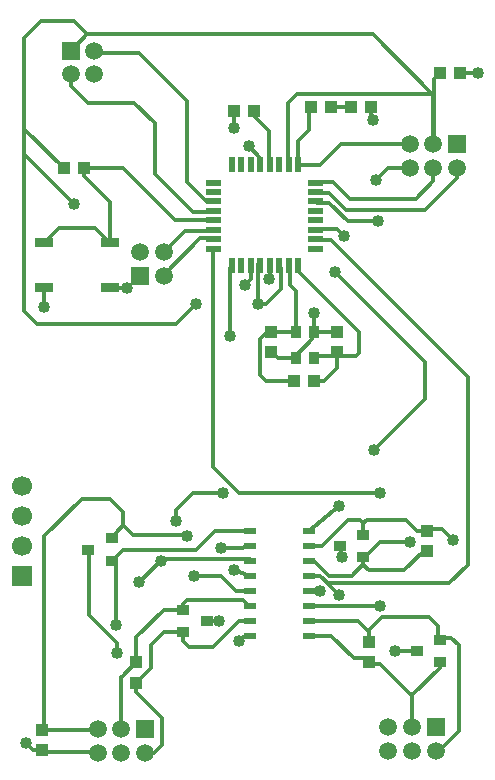
<source format=gbr>
G04 DipTrace Beta 2.9.0.1*
G04 Top.gbr*
%MOIN*%
G04 #@! TF.FileFunction,Copper,L1,Top*
G04 #@! TF.Part,Single*
%AMOUTLINE0*
4,1,4,
0.03,-0.015,
0.03,0.015,
-0.03,0.015,
-0.03,-0.015,
0.03,-0.015,
0*%
%AMOUTLINE1*
4,1,4,
-0.011,0.025,
-0.011,-0.025,
0.011,-0.025,
0.011,0.025,
-0.011,0.025,
0*%
%AMOUTLINE2*
4,1,4,
-0.025,0.011,
-0.025,-0.011,
0.025,-0.011,
0.025,0.011,
-0.025,0.011,
0*%
G04 #@! TA.AperFunction,Conductor,NotC*
%ADD13C,0.012992*%
G04 #@! TA.AperFunction,SMDPad,CuDef*
%ADD15R,0.03937X0.043307*%
%ADD16R,0.043307X0.03937*%
%ADD17R,0.03937X0.033465*%
G04 #@! TA.AperFunction,ComponentPad*
%ADD18R,0.059055X0.059055*%
%ADD19C,0.059055*%
%ADD20R,0.066929X0.066929*%
%ADD21C,0.066929*%
G04 #@! TA.AperFunction,SMDPad,CuDef*
%ADD25R,0.035433X0.03937*%
%ADD26R,0.043307X0.020079*%
G04 #@! TA.AperFunction,ViaPad*
%ADD27C,0.04*%
G04 #@! TA.AperFunction,SMDPad,CuDef*
%ADD50OUTLINE0*%
%ADD51OUTLINE1*%
%ADD52OUTLINE2*%
%FSLAX26Y26*%
G04*
G70*
G90*
G75*
G01*
G04 Top*
%LPD*%
X1098000Y2291744D2*
D13*
X1071256D1*
X1006499Y2356501D1*
Y2627760D1*
X846509Y2787749D1*
X703491D1*
X697370Y2793870D1*
X618630Y2715130D2*
Y2678130D1*
X675249Y2621510D1*
X831500D1*
X900249Y2552761D1*
Y2384012D1*
X1027761Y2256500D1*
X1094252D1*
X1098000Y2260248D1*
X1749260Y2403130D2*
X1678130D1*
X1637751Y2362751D1*
X1644000Y2225249D2*
X1544001D1*
X1481500Y2287751D1*
X1439993D1*
X1436000Y2291744D1*
X750000Y2002500D2*
X808524D1*
X530000D2*
Y1939234D1*
X1431102Y1856201D2*
X1431462Y1919114D1*
X1516223Y1143500D2*
X1525222Y1106529D1*
X1412749Y1194000D2*
X1512720Y1275297D1*
X1072052Y894098D2*
X1112678D1*
X1215899Y1044000D2*
X1162684Y1062774D1*
X1772223Y793500D2*
X1700240D1*
X1164535Y2594500D2*
Y2537929D1*
X1162684D1*
X1917465Y2718500D2*
X1975269D1*
X1368898Y1768799D2*
X1308576D1*
X1287697Y1789678D1*
X1368898Y1768799D2*
Y1775291D1*
X1425211Y1831605D1*
Y1856201D1*
X1431102D1*
X1506470Y1856608D2*
X1431509D1*
X1431102Y1856201D1*
X1618982Y2606686D2*
Y2569182D1*
X1625232Y2562932D1*
X1251252Y2413500D2*
Y2436860D1*
X1212689Y2475423D1*
X1282748Y2075500D2*
Y2032928D1*
X1281446Y2031626D1*
X1219756Y2075500D2*
Y2032442D1*
X1200188Y2012874D1*
X678474Y1131500D2*
X681383Y1113564D1*
Y912759D1*
X775143Y818999D1*
Y787745D1*
X1828000Y2403130D2*
Y2359251D1*
X1769000Y2300251D1*
X1550249D1*
X1494000Y2356500D1*
X1437764D1*
X1436000Y2354736D1*
X1906740Y2403130D2*
Y2369240D1*
X1800251Y2262751D1*
X1537749D1*
X1481500Y2319000D1*
X1440240D1*
X1436000Y2323240D1*
X1828000Y2481870D2*
X1831504D1*
Y2699469D1*
X1850535Y2718500D1*
X1828000Y2481870D2*
Y2647694D1*
X1625232Y2850462D1*
X675222D1*
X618630Y2793870D1*
X1831504Y2481870D2*
Y2650441D1*
X1375206D1*
X1343953Y2619188D1*
Y2415287D1*
X1345740Y2413500D1*
X675222Y2850462D2*
X631467Y2894217D1*
X518866D1*
X462610Y2837961D1*
Y2535425D1*
X468142Y2529894D1*
X595535Y2402500D1*
X468142Y2529894D2*
X462610D1*
Y2450420D1*
X631378Y2281652D1*
X462610Y2450420D2*
Y1925365D1*
X506365Y1881610D1*
X968913D1*
X1037671Y1950367D1*
X1243942D2*
X1268945D1*
X1318950Y2000373D1*
Y2070794D1*
X1314244Y2075500D1*
X1243942Y1950367D2*
Y2082810D1*
X1251252Y2075500D1*
X1215899Y844000D2*
X1200186D1*
X1181436Y825249D1*
X1450197Y994000D2*
X1412749D1*
X1552052Y2606686D2*
X1487651D1*
X1487465Y2606500D1*
X1098000Y2134264D2*
X1094000Y2130264D1*
Y1406487D1*
X1181436Y1319051D1*
X1650235D1*
Y944012D2*
X1412749D1*
Y944000D1*
Y1044000D2*
X1450249D1*
X1475249Y1019000D1*
X1881500D1*
X1944000Y1081500D1*
Y1706500D1*
X1487751Y2162749D1*
X1439010D1*
X1436000Y2165760D1*
X1512720Y981516D2*
X1450236Y1044000D1*
X1215899Y994000D2*
X1168951D1*
X1118929Y1044022D1*
X1031420D1*
X968913Y1225291D2*
Y1262663D1*
X1025302Y1319051D1*
X1125231D1*
X1631483Y1462816D2*
X1800251Y1631584D1*
Y1756500D1*
X1500251Y2056500D1*
X1531501Y2175249D2*
X1506501Y2200249D1*
X1438993D1*
X1436000Y2197256D1*
X1215899Y1094000D2*
Y1100251D1*
X925131D1*
X918908Y1094028D1*
X1150251Y1844175D2*
Y2068987D1*
X1156764Y2075500D1*
X847025Y1022146D2*
X918908Y1094028D1*
X1287749Y2408047D2*
X1282748Y2413049D1*
Y2413500D1*
X1231465Y2594500D2*
Y2575409D1*
X1281500Y2525374D1*
Y2414748D1*
X1368898Y1856201D2*
X1325201D1*
X1324794Y1856608D1*
X1287697D1*
X1275196D1*
X1250193Y1831605D1*
Y1712843D1*
X1268945Y1694091D1*
X1362751D1*
Y1692308D1*
X1364533Y1694091D1*
X1368898Y1856201D2*
Y1994180D1*
X1350203Y2012874D1*
Y2071037D1*
X1345740Y2075500D1*
X1377236D2*
Y2060849D1*
X1581478Y1856608D1*
Y1787850D1*
X1568946Y1775319D1*
X1437622D1*
X1431102Y1768799D1*
X1506470Y1789678D2*
Y1775349D1*
X1437652D1*
X1431462Y1694091D2*
X1462715D1*
X1506470Y1737845D1*
Y1789678D1*
X1835239Y460879D2*
X1848424D1*
X1912762Y525218D1*
Y812748D1*
X1887761Y837749D1*
X1857123D1*
X1850276Y830902D1*
X1613000Y822965D2*
Y863001D1*
X1656499Y906500D1*
X1812749D1*
X1844000Y875249D1*
Y837177D1*
X1850276Y830902D1*
X1613000Y863001D2*
X1606248D1*
X1575249Y894000D1*
X1412749D1*
X756526Y1094098D2*
X793928Y1131500D1*
X1037752D1*
X1100252Y1194000D1*
X1215899D1*
X709012Y454630D2*
Y456461D1*
X525117D1*
Y462711D1*
X493864D1*
X468861Y487714D1*
X768892Y881505D2*
Y1094098D1*
X756526D1*
X525117Y529640D2*
X531367Y535891D1*
Y1175115D1*
X656501Y1300249D1*
X750252D1*
X794001Y1256500D1*
Y1212749D1*
X769001Y1187749D1*
Y1181377D1*
X756526Y1168902D1*
X794001Y1212749D2*
X825251Y1181500D1*
X1000249D1*
X1006500Y1175249D1*
X1119000Y1137749D2*
X1194000D1*
X1200251Y1144000D1*
X1215899D1*
X525117Y529640D2*
X705282D1*
X709012Y533370D1*
X787752D2*
Y706500D1*
X789786D1*
X838251Y754965D1*
X994000Y931500D2*
Y950346D1*
X1006417Y962764D1*
X1193987D1*
X1212751Y944000D1*
X1215899D1*
X994000Y931500D2*
X931500D1*
X838251Y838251D1*
Y754965D1*
Y688035D2*
Y656000D1*
X925159Y569092D1*
Y481463D1*
X898325Y454630D1*
X866492D1*
X838251Y688035D2*
X844003D1*
X994000Y856697D2*
Y825252D1*
X1012752Y806500D1*
X1094001D1*
X1181501Y894000D1*
X1215899D1*
X838251Y688035D2*
X887751Y737535D1*
Y812749D1*
X931501Y856500D1*
X993803D1*
X994000Y856697D1*
X1806501Y1194038D2*
X1775214D1*
X1737751Y1231501D1*
X1606501D1*
X1594276Y1219276D1*
Y1180902D1*
Y1219276D2*
X1582050Y1231501D1*
X1544001D1*
X1456500Y1144000D1*
X1412749D1*
X1806501Y1194038D2*
X1812714Y1200251D1*
X1856500D1*
X1894000Y1162751D1*
X1806501Y1127109D2*
X1795828D1*
X1731470Y1062751D1*
X1612751D1*
X1594276Y1081226D1*
Y1106098D1*
Y1081777D2*
X1556499Y1044000D1*
X1481500D1*
X1431500Y1094000D1*
X1412749D1*
X1594276Y1106098D2*
Y1100575D1*
X1650235Y1156534D1*
X1750245D1*
X1756499Y539619D2*
Y644001D1*
X1751392Y649108D1*
X1650251Y750249D1*
X1618786D1*
X1613000Y756035D1*
X1751392Y649108D2*
X1761608D1*
X1850276Y737776D1*
Y756098D1*
X1412749Y844000D2*
X1487749D1*
X1562749Y769000D1*
X1600035D1*
X1613000Y756035D1*
X530000Y2152500D2*
X531239D1*
X581500Y2202761D1*
X699739D1*
X750000Y2152500D1*
X662465Y2402500D2*
Y2378046D1*
X750000Y2290510D1*
Y2152500D1*
X662465Y2402500D2*
X794260D1*
X965260Y2231500D1*
X1095252D1*
X1098000Y2228752D1*
X928891Y2044127D2*
Y2047860D1*
X1050172Y2169140D1*
X1094619D1*
X1098000Y2165760D1*
X1377236Y2413500D2*
X1375249D1*
Y2493999D1*
X1412751Y2531500D1*
Y2598715D1*
X1420535Y2606500D1*
X1749260Y2481870D2*
X1519370D1*
X1451000Y2413500D1*
X1375249D1*
X928891Y2122867D2*
X1000167Y2194143D1*
X1101113D1*
X1098000Y2197256D1*
D27*
X1637751Y2362751D3*
X1644000Y2225249D3*
X808524Y2002500D3*
X530000Y1939234D3*
X1431462Y1919114D3*
X1525222Y1106529D3*
X1512720Y1275297D3*
X1112678Y894098D3*
X1162684Y1062774D3*
X1700240Y793500D3*
X1162684Y2537929D3*
X1975269Y2718500D3*
X1625232Y2562932D3*
X1212689Y2475423D3*
X1281446Y2031626D3*
X1200188Y2012874D3*
X775143Y787745D3*
X631378Y2281652D3*
X1037671Y1950367D3*
X1243942D3*
D3*
X1181436Y825249D3*
X1450197Y994000D3*
X1650235Y1319051D3*
Y944012D3*
X1512720Y981516D3*
X1031420Y1044022D3*
X968913Y1225291D3*
X1125231Y1319051D3*
X1631483Y1462816D3*
X1500251Y2056500D3*
X1531501Y2175249D3*
X1031420Y1044022D3*
X918908Y1094028D3*
X1150251Y1844175D3*
X847025Y1022146D3*
X468861Y487714D3*
X768892Y881505D3*
X1006500Y1175249D3*
X1119000Y1137749D3*
X1894000Y1162751D3*
X1750245Y1156534D3*
D15*
X1506470Y1856608D3*
Y1789678D3*
X1287697Y1856608D3*
Y1789678D3*
D16*
X1850535Y2718500D3*
X1917465D3*
X1231465Y2594500D3*
X1164535D3*
D17*
X1850276Y756098D3*
Y830902D3*
X1772223Y793500D3*
X1594276Y1106098D3*
Y1180902D3*
X1516223Y1143500D3*
X756526Y1094098D3*
Y1168902D3*
X678474Y1131500D3*
X994000Y931500D3*
Y856697D3*
X1072052Y894098D3*
D16*
X1618982Y2606686D3*
X1552052D3*
D18*
X618630Y2793870D3*
D19*
Y2715130D3*
X697370D3*
Y2793870D3*
D18*
X866492Y533370D3*
D19*
X787752D3*
X709012D3*
Y454630D3*
X787752D3*
X866492D3*
D18*
X1835239Y539619D3*
D19*
X1756499D3*
X1677759D3*
Y460879D3*
X1756499D3*
X1835239D3*
D18*
X1906740Y2481870D3*
D19*
X1828000D3*
X1749260D3*
Y2403130D3*
X1828000D3*
X1906740D3*
D20*
X456360Y1044022D3*
D21*
Y1144022D3*
Y1244022D3*
Y1344022D3*
D18*
X850151Y2044127D3*
D19*
X928891D3*
Y2122867D3*
X850151D3*
D15*
X525117Y462711D3*
Y529640D3*
X838251Y688035D3*
Y754965D3*
D16*
X1431462Y1694091D3*
X1364533D3*
D15*
X1806501Y1194038D3*
Y1127109D3*
X1613000Y756035D3*
Y822965D3*
D16*
X1487465Y2606500D3*
X1420535D3*
X662465Y2402500D3*
X595535D3*
D50*
X750000Y2002500D3*
X530000D3*
X750000Y2152500D3*
X530000D3*
D51*
X1156764Y2075500D3*
X1188260D3*
X1219756D3*
X1251252D3*
X1282748D3*
X1314244D3*
X1345740D3*
X1377236D3*
D52*
X1436000Y2134264D3*
Y2165760D3*
Y2197256D3*
Y2228752D3*
Y2260248D3*
Y2291744D3*
Y2323240D3*
Y2354736D3*
D51*
X1377236Y2413500D3*
X1345740D3*
X1314244D3*
X1282748D3*
X1251252D3*
X1219756D3*
X1188260D3*
X1156764D3*
D52*
X1098000Y2354736D3*
Y2323240D3*
Y2291744D3*
Y2260248D3*
Y2228752D3*
Y2197256D3*
Y2165760D3*
Y2134264D3*
D25*
X1368898Y1856201D3*
Y1768799D3*
X1431102D3*
Y1856201D3*
D26*
X1412749Y844000D3*
Y894000D3*
Y944000D3*
Y994000D3*
Y1044000D3*
Y1094000D3*
Y1144000D3*
Y1194000D3*
X1215899D3*
Y1144000D3*
Y1094000D3*
Y1044000D3*
Y994000D3*
Y944000D3*
Y894000D3*
Y844000D3*
M02*

</source>
